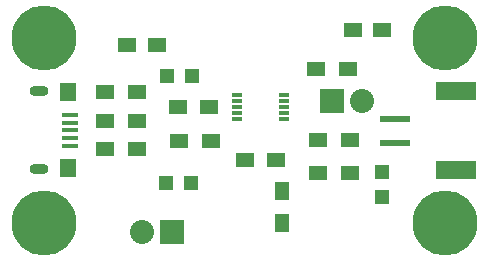
<source format=gbr>
G04 #@! TF.FileFunction,Soldermask,Top*
%FSLAX46Y46*%
G04 Gerber Fmt 4.6, Leading zero omitted, Abs format (unit mm)*
G04 Created by KiCad (PCBNEW (2015-01-29 BZR 5396)-product) date 3/24/2015 12:04:56 AM*
%MOMM*%
G01*
G04 APERTURE LIST*
%ADD10C,0.100000*%
%ADD11R,1.500000X1.250000*%
%ADD12R,1.198880X1.198880*%
%ADD13R,2.032000X2.032000*%
%ADD14O,2.032000X2.032000*%
%ADD15R,2.600000X0.500000*%
%ADD16R,3.400000X1.500000*%
%ADD17R,1.500000X1.300000*%
%ADD18R,1.300000X1.500000*%
%ADD19R,0.950000X0.330000*%
%ADD20O,1.600000X0.900000*%
%ADD21R,1.350000X0.400000*%
%ADD22R,1.400000X1.600000*%
%ADD23C,5.500000*%
G04 APERTURE END LIST*
D10*
D11*
X90860000Y-76700000D03*
X88360000Y-76700000D03*
X107460000Y-75420000D03*
X109960000Y-75420000D03*
D12*
X91680980Y-88350000D03*
X93779020Y-88350000D03*
X91740980Y-79320000D03*
X93839020Y-79320000D03*
D13*
X92190000Y-92540000D03*
D14*
X89650000Y-92540000D03*
D15*
X111065000Y-84967500D03*
X111065000Y-82967500D03*
D16*
X116165000Y-87317500D03*
X116165000Y-80617500D03*
D17*
X104490000Y-87560000D03*
X107190000Y-87560000D03*
X95450000Y-84840000D03*
X92750000Y-84840000D03*
X95330000Y-81990000D03*
X92630000Y-81990000D03*
D18*
X101460000Y-91760000D03*
X101460000Y-89060000D03*
D17*
X101000000Y-86400000D03*
X98300000Y-86400000D03*
X89190000Y-80690000D03*
X86490000Y-80690000D03*
X89170000Y-83120000D03*
X86470000Y-83120000D03*
X89220000Y-85520000D03*
X86520000Y-85520000D03*
D19*
X97670000Y-80935000D03*
X97670000Y-81435000D03*
X97670000Y-81935000D03*
X97670000Y-82435000D03*
X97670000Y-82935000D03*
X101620000Y-82935000D03*
X101620000Y-82435000D03*
X101620000Y-81935000D03*
X101620000Y-81435000D03*
X101620000Y-80935000D03*
D20*
X80865000Y-87215000D03*
X80865000Y-80615000D03*
D21*
X83540000Y-85215000D03*
X83540000Y-84565000D03*
X83540000Y-83915000D03*
X83540000Y-83265000D03*
X83540000Y-82615000D03*
D22*
X83315000Y-80715000D03*
X83315000Y-87115000D03*
D12*
X109970000Y-89589020D03*
X109970000Y-87490980D03*
D23*
X115315000Y-76135000D03*
X115315000Y-91795000D03*
X81335000Y-76135000D03*
X81335000Y-91785000D03*
D17*
X104350000Y-78740000D03*
X107050000Y-78740000D03*
X104490000Y-84710000D03*
X107190000Y-84710000D03*
D13*
X105690000Y-81460000D03*
D14*
X108230000Y-81460000D03*
M02*

</source>
